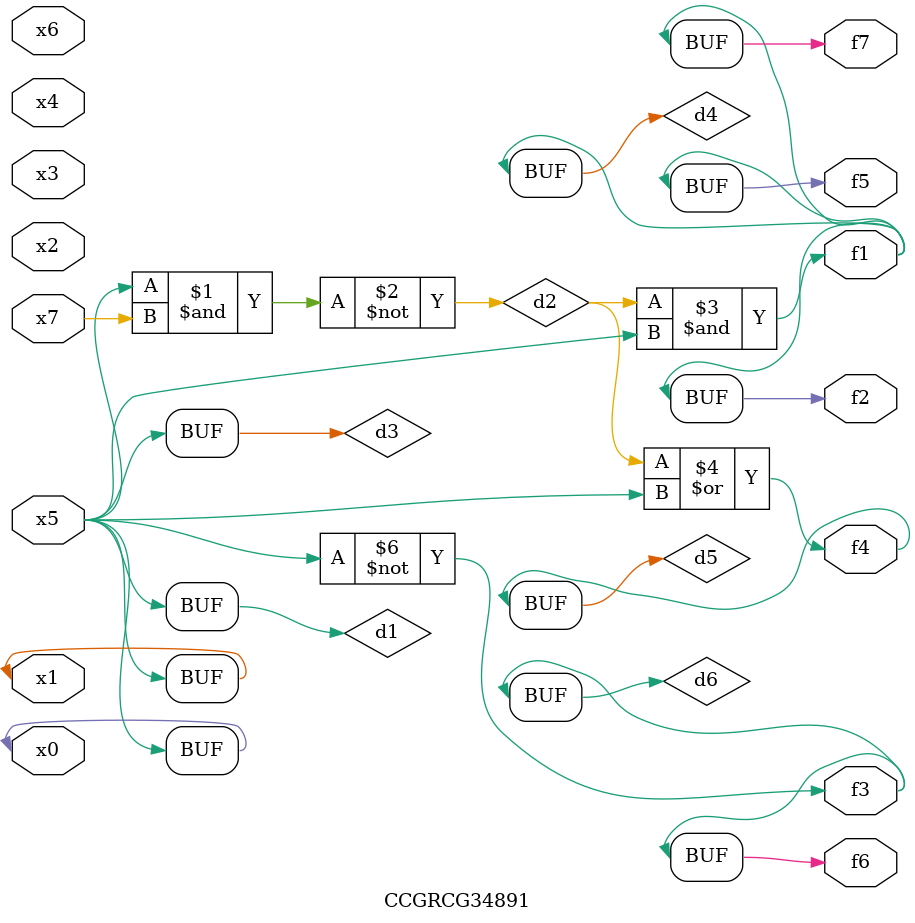
<source format=v>
module CCGRCG34891(
	input x0, x1, x2, x3, x4, x5, x6, x7,
	output f1, f2, f3, f4, f5, f6, f7
);

	wire d1, d2, d3, d4, d5, d6;

	buf (d1, x0, x5);
	nand (d2, x5, x7);
	buf (d3, x0, x1);
	and (d4, d2, d3);
	or (d5, d2, d3);
	nor (d6, d1, d3);
	assign f1 = d4;
	assign f2 = d4;
	assign f3 = d6;
	assign f4 = d5;
	assign f5 = d4;
	assign f6 = d6;
	assign f7 = d4;
endmodule

</source>
